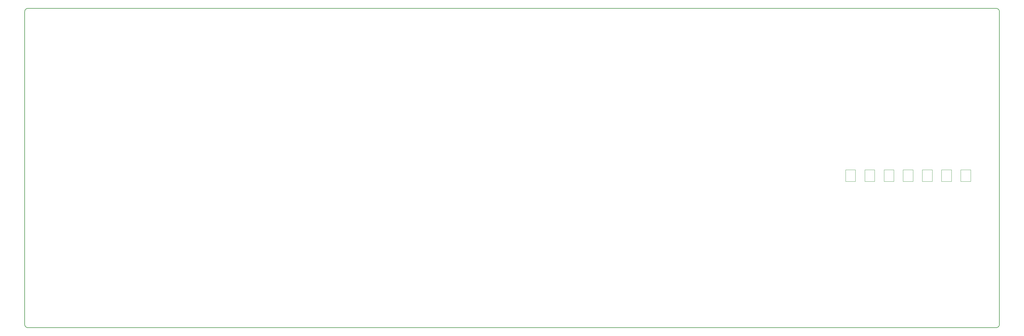
<source format=gbr>
%TF.GenerationSoftware,KiCad,Pcbnew,(7.0.0-0)*%
%TF.CreationDate,2023-07-19T14:43:01-04:00*%
%TF.ProjectId,meadowstumble,6d656164-6f77-4737-9475-6d626c652e6b,rev?*%
%TF.SameCoordinates,Original*%
%TF.FileFunction,Profile,NP*%
%FSLAX46Y46*%
G04 Gerber Fmt 4.6, Leading zero omitted, Abs format (unit mm)*
G04 Created by KiCad (PCBNEW (7.0.0-0)) date 2023-07-19 14:43:01*
%MOMM*%
%LPD*%
G01*
G04 APERTURE LIST*
%TA.AperFunction,Profile*%
%ADD10C,0.200000*%
%TD*%
%TA.AperFunction,Profile*%
%ADD11C,0.120000*%
%TD*%
G04 APERTURE END LIST*
D10*
X46900000Y-74987500D02*
X349700000Y-74987500D01*
X349700000Y-175000000D02*
G75*
G03*
X350700000Y-174000000I0J1000000D01*
G01*
X45900000Y-174000000D02*
X45900000Y-75987500D01*
X349700000Y-175000000D02*
X46900000Y-175000000D01*
X350700000Y-75987500D02*
X350700000Y-174000000D01*
X46900000Y-74987500D02*
G75*
G03*
X45900000Y-75987500I0J-1000000D01*
G01*
X45900000Y-174000000D02*
G75*
G03*
X46900000Y-175000000I1000000J0D01*
G01*
X350700000Y-75987500D02*
G75*
G03*
X349700000Y-74987500I-1000000J0D01*
G01*
D11*
%TO.C,D70*%
X311675000Y-125575000D02*
X311675000Y-129175000D01*
X308575000Y-125575000D02*
X311675000Y-125575000D01*
X311675000Y-129175000D02*
X308575000Y-129175000D01*
X308575000Y-129175000D02*
X308575000Y-125575000D01*
%TO.C,D75*%
X341675000Y-125575000D02*
X341675000Y-129175000D01*
X338575000Y-125575000D02*
X341675000Y-125575000D01*
X341675000Y-129175000D02*
X338575000Y-129175000D01*
X338575000Y-129175000D02*
X338575000Y-125575000D01*
%TO.C,D69*%
X305675000Y-125575000D02*
X305675000Y-129175000D01*
X302575000Y-125575000D02*
X305675000Y-125575000D01*
X305675000Y-129175000D02*
X302575000Y-129175000D01*
X302575000Y-129175000D02*
X302575000Y-125575000D01*
%TO.C,D74*%
X335675000Y-125575000D02*
X335675000Y-129175000D01*
X332575000Y-125575000D02*
X335675000Y-125575000D01*
X335675000Y-129175000D02*
X332575000Y-129175000D01*
X332575000Y-129175000D02*
X332575000Y-125575000D01*
%TO.C,D72*%
X323675000Y-125575000D02*
X323675000Y-129175000D01*
X320575000Y-125575000D02*
X323675000Y-125575000D01*
X323675000Y-129175000D02*
X320575000Y-129175000D01*
X320575000Y-129175000D02*
X320575000Y-125575000D01*
%TO.C,D73*%
X329675000Y-125575000D02*
X329675000Y-129175000D01*
X326575000Y-125575000D02*
X329675000Y-125575000D01*
X329675000Y-129175000D02*
X326575000Y-129175000D01*
X326575000Y-129175000D02*
X326575000Y-125575000D01*
%TO.C,D71*%
X317675000Y-125575000D02*
X317675000Y-129175000D01*
X314575000Y-125575000D02*
X317675000Y-125575000D01*
X317675000Y-129175000D02*
X314575000Y-129175000D01*
X314575000Y-129175000D02*
X314575000Y-125575000D01*
%TD*%
M02*

</source>
